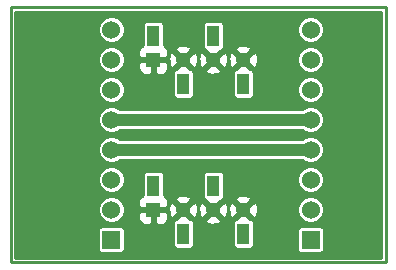
<source format=gtl>
G04 (created by PCBNEW-RS274X (20100406 SVN-R2509)-final) date Tue 04 May 2010 02:57:58 PM PDT*
G01*
G70*
G90*
%MOIN*%
G04 Gerber Fmt 3.4, Leading zero omitted, Abs format*
%FSLAX34Y34*%
G04 APERTURE LIST*
%ADD10C,0.001000*%
%ADD11C,0.009000*%
%ADD12R,0.060000X0.060000*%
%ADD13C,0.060000*%
%ADD14R,0.050000X0.050000*%
%ADD15C,0.050000*%
%ADD16R,0.040000X0.070000*%
%ADD17C,0.040000*%
%ADD18C,0.010000*%
G04 APERTURE END LIST*
G54D10*
G54D11*
X64750Y-36750D02*
X52250Y-36750D01*
X64750Y-45250D02*
X64750Y-36750D01*
X52250Y-45250D02*
X64750Y-45250D01*
X52250Y-36750D02*
X52250Y-45250D01*
G54D12*
X62250Y-44500D03*
G54D13*
X62250Y-43500D03*
X62250Y-42500D03*
X62250Y-41500D03*
X62250Y-40500D03*
X62250Y-39500D03*
X62250Y-38500D03*
X62250Y-37500D03*
G54D12*
X55600Y-44500D03*
G54D13*
X55600Y-43500D03*
X55600Y-42500D03*
X55600Y-41500D03*
X55600Y-40500D03*
X55600Y-39500D03*
X55600Y-38500D03*
X55600Y-37500D03*
G54D14*
X57000Y-43500D03*
G54D15*
X58000Y-43500D03*
X59000Y-43500D03*
X60000Y-43500D03*
G54D16*
X57000Y-42700D03*
X58000Y-44300D03*
X59000Y-42700D03*
X60000Y-44300D03*
G54D14*
X57000Y-38500D03*
G54D15*
X58000Y-38500D03*
X59000Y-38500D03*
X60000Y-38500D03*
G54D16*
X57000Y-37700D03*
X58000Y-39300D03*
X59000Y-37700D03*
X60000Y-39300D03*
G54D17*
X55600Y-41500D02*
X62250Y-41500D01*
X55600Y-40500D02*
X62250Y-40500D01*
G54D18*
X52395Y-36895D02*
X64605Y-36895D01*
X52395Y-36975D02*
X64605Y-36975D01*
X52395Y-37055D02*
X55502Y-37055D01*
X55700Y-37055D02*
X62152Y-37055D01*
X62350Y-37055D02*
X64605Y-37055D01*
X52395Y-37135D02*
X55330Y-37135D01*
X55870Y-37135D02*
X61980Y-37135D01*
X62520Y-37135D02*
X64605Y-37135D01*
X52395Y-37215D02*
X55250Y-37215D01*
X55950Y-37215D02*
X56737Y-37215D01*
X57264Y-37215D02*
X58737Y-37215D01*
X59264Y-37215D02*
X61900Y-37215D01*
X62600Y-37215D02*
X64605Y-37215D01*
X52395Y-37295D02*
X55200Y-37295D01*
X56002Y-37295D02*
X56662Y-37295D01*
X57339Y-37295D02*
X58662Y-37295D01*
X59339Y-37295D02*
X61850Y-37295D01*
X62652Y-37295D02*
X64605Y-37295D01*
X52395Y-37375D02*
X55166Y-37375D01*
X56035Y-37375D02*
X56651Y-37375D01*
X57349Y-37375D02*
X58651Y-37375D01*
X59349Y-37375D02*
X61816Y-37375D01*
X62685Y-37375D02*
X64605Y-37375D01*
X52395Y-37455D02*
X55151Y-37455D01*
X56049Y-37455D02*
X56651Y-37455D01*
X57349Y-37455D02*
X58651Y-37455D01*
X59349Y-37455D02*
X61801Y-37455D01*
X62699Y-37455D02*
X64605Y-37455D01*
X52395Y-37535D02*
X55151Y-37535D01*
X56049Y-37535D02*
X56651Y-37535D01*
X57349Y-37535D02*
X58651Y-37535D01*
X59349Y-37535D02*
X61801Y-37535D01*
X62699Y-37535D02*
X64605Y-37535D01*
X52395Y-37615D02*
X55161Y-37615D01*
X56038Y-37615D02*
X56651Y-37615D01*
X57349Y-37615D02*
X58651Y-37615D01*
X59349Y-37615D02*
X61811Y-37615D01*
X62688Y-37615D02*
X64605Y-37615D01*
X52395Y-37695D02*
X55194Y-37695D01*
X56005Y-37695D02*
X56651Y-37695D01*
X57349Y-37695D02*
X58651Y-37695D01*
X59349Y-37695D02*
X61844Y-37695D01*
X62655Y-37695D02*
X64605Y-37695D01*
X52395Y-37775D02*
X55240Y-37775D01*
X55960Y-37775D02*
X56651Y-37775D01*
X57349Y-37775D02*
X58651Y-37775D01*
X59349Y-37775D02*
X61890Y-37775D01*
X62610Y-37775D02*
X64605Y-37775D01*
X52395Y-37855D02*
X55320Y-37855D01*
X55880Y-37855D02*
X56651Y-37855D01*
X57349Y-37855D02*
X58651Y-37855D01*
X59349Y-37855D02*
X61970Y-37855D01*
X62530Y-37855D02*
X64605Y-37855D01*
X52395Y-37935D02*
X55476Y-37935D01*
X55722Y-37935D02*
X56651Y-37935D01*
X57349Y-37935D02*
X58651Y-37935D01*
X59349Y-37935D02*
X62126Y-37935D01*
X62372Y-37935D02*
X64605Y-37935D01*
X52395Y-38015D02*
X56651Y-38015D01*
X57349Y-38015D02*
X57906Y-38015D01*
X58097Y-38015D02*
X58651Y-38015D01*
X59349Y-38015D02*
X59906Y-38015D01*
X60097Y-38015D02*
X64605Y-38015D01*
X52395Y-38095D02*
X55404Y-38095D01*
X55796Y-38095D02*
X56553Y-38095D01*
X57447Y-38095D02*
X57743Y-38095D01*
X58258Y-38095D02*
X58657Y-38095D01*
X59342Y-38095D02*
X59743Y-38095D01*
X60258Y-38095D02*
X62054Y-38095D01*
X62446Y-38095D02*
X64605Y-38095D01*
X52395Y-38175D02*
X55290Y-38175D01*
X55910Y-38175D02*
X56512Y-38175D01*
X57489Y-38175D02*
X57746Y-38175D01*
X58254Y-38175D02*
X58714Y-38175D01*
X59286Y-38175D02*
X59746Y-38175D01*
X60254Y-38175D02*
X61940Y-38175D01*
X62560Y-38175D02*
X64605Y-38175D01*
X52395Y-38255D02*
X55216Y-38255D01*
X55985Y-38255D02*
X56501Y-38255D01*
X57499Y-38255D02*
X57567Y-38255D01*
X57684Y-38255D02*
X57826Y-38255D01*
X58174Y-38255D02*
X58316Y-38255D01*
X58434Y-38255D02*
X58567Y-38255D01*
X58684Y-38255D02*
X58826Y-38255D01*
X59174Y-38255D02*
X59316Y-38255D01*
X59434Y-38255D02*
X59567Y-38255D01*
X59684Y-38255D02*
X59826Y-38255D01*
X60174Y-38255D02*
X60316Y-38255D01*
X60434Y-38255D02*
X61866Y-38255D01*
X62635Y-38255D02*
X64605Y-38255D01*
X52395Y-38335D02*
X55183Y-38335D01*
X56018Y-38335D02*
X56501Y-38335D01*
X57500Y-38335D02*
X57539Y-38335D01*
X57764Y-38335D02*
X57906Y-38335D01*
X58094Y-38335D02*
X58236Y-38335D01*
X58468Y-38335D02*
X58539Y-38335D01*
X58764Y-38335D02*
X58906Y-38335D01*
X59094Y-38335D02*
X59236Y-38335D01*
X59468Y-38335D02*
X59539Y-38335D01*
X59764Y-38335D02*
X59906Y-38335D01*
X60094Y-38335D02*
X60236Y-38335D01*
X60468Y-38335D02*
X61833Y-38335D01*
X62668Y-38335D02*
X64605Y-38335D01*
X52395Y-38415D02*
X55151Y-38415D01*
X56049Y-38415D02*
X56527Y-38415D01*
X57473Y-38415D02*
X57511Y-38415D01*
X57844Y-38415D02*
X57986Y-38415D01*
X58014Y-38415D02*
X58156Y-38415D01*
X58486Y-38415D02*
X58511Y-38415D01*
X58844Y-38415D02*
X58986Y-38415D01*
X59014Y-38415D02*
X59156Y-38415D01*
X59486Y-38415D02*
X59511Y-38415D01*
X59844Y-38415D02*
X59986Y-38415D01*
X60014Y-38415D02*
X60156Y-38415D01*
X60486Y-38415D02*
X61801Y-38415D01*
X62699Y-38415D02*
X64605Y-38415D01*
X52395Y-38495D02*
X55151Y-38495D01*
X56049Y-38495D02*
X57508Y-38495D01*
X57924Y-38495D02*
X58076Y-38495D01*
X58491Y-38495D02*
X58508Y-38495D01*
X58924Y-38495D02*
X59076Y-38495D01*
X59491Y-38495D02*
X59508Y-38495D01*
X59924Y-38495D02*
X60076Y-38495D01*
X60491Y-38495D02*
X61801Y-38495D01*
X62699Y-38495D02*
X64605Y-38495D01*
X52395Y-38575D02*
X55151Y-38575D01*
X56049Y-38575D02*
X56537Y-38575D01*
X56950Y-38575D02*
X57050Y-38575D01*
X57463Y-38575D02*
X57513Y-38575D01*
X57854Y-38575D02*
X57996Y-38575D01*
X58004Y-38575D02*
X58146Y-38575D01*
X58492Y-38575D02*
X58513Y-38575D01*
X58854Y-38575D02*
X58996Y-38575D01*
X59004Y-38575D02*
X59146Y-38575D01*
X59492Y-38575D02*
X59513Y-38575D01*
X59854Y-38575D02*
X59996Y-38575D01*
X60004Y-38575D02*
X60146Y-38575D01*
X60492Y-38575D02*
X61801Y-38575D01*
X62699Y-38575D02*
X64605Y-38575D01*
X52395Y-38655D02*
X55178Y-38655D01*
X56021Y-38655D02*
X56500Y-38655D01*
X56950Y-38655D02*
X57050Y-38655D01*
X57499Y-38655D02*
X57528Y-38655D01*
X57774Y-38655D02*
X57916Y-38655D01*
X58084Y-38655D02*
X58226Y-38655D01*
X58464Y-38655D02*
X58528Y-38655D01*
X58774Y-38655D02*
X58916Y-38655D01*
X59084Y-38655D02*
X59226Y-38655D01*
X59464Y-38655D02*
X59528Y-38655D01*
X59774Y-38655D02*
X59916Y-38655D01*
X60084Y-38655D02*
X60226Y-38655D01*
X60464Y-38655D02*
X61828Y-38655D01*
X62671Y-38655D02*
X64605Y-38655D01*
X52395Y-38735D02*
X55211Y-38735D01*
X55988Y-38735D02*
X56501Y-38735D01*
X56950Y-38735D02*
X57050Y-38735D01*
X57499Y-38735D02*
X57561Y-38735D01*
X57694Y-38735D02*
X57836Y-38735D01*
X58164Y-38735D02*
X58306Y-38735D01*
X58436Y-38735D02*
X58561Y-38735D01*
X58694Y-38735D02*
X58836Y-38735D01*
X59164Y-38735D02*
X59306Y-38735D01*
X59436Y-38735D02*
X59561Y-38735D01*
X59694Y-38735D02*
X59836Y-38735D01*
X60164Y-38735D02*
X60306Y-38735D01*
X60436Y-38735D02*
X61861Y-38735D01*
X62638Y-38735D02*
X64605Y-38735D01*
X52395Y-38815D02*
X55280Y-38815D01*
X55920Y-38815D02*
X56507Y-38815D01*
X56950Y-38815D02*
X57050Y-38815D01*
X57492Y-38815D02*
X57737Y-38815D01*
X58265Y-38815D02*
X58756Y-38815D01*
X59244Y-38815D02*
X59737Y-38815D01*
X60265Y-38815D02*
X61930Y-38815D01*
X62570Y-38815D02*
X64605Y-38815D01*
X52395Y-38895D02*
X55380Y-38895D01*
X55820Y-38895D02*
X56543Y-38895D01*
X56950Y-38895D02*
X57050Y-38895D01*
X57457Y-38895D02*
X57662Y-38895D01*
X58339Y-38895D02*
X58739Y-38895D01*
X59260Y-38895D02*
X59662Y-38895D01*
X60339Y-38895D02*
X62030Y-38895D01*
X62470Y-38895D02*
X64605Y-38895D01*
X52395Y-38975D02*
X56642Y-38975D01*
X56913Y-38975D02*
X57087Y-38975D01*
X57357Y-38975D02*
X57651Y-38975D01*
X58349Y-38975D02*
X58874Y-38975D01*
X59146Y-38975D02*
X59651Y-38975D01*
X60349Y-38975D02*
X64605Y-38975D01*
X52395Y-39055D02*
X55501Y-39055D01*
X55700Y-39055D02*
X57651Y-39055D01*
X58349Y-39055D02*
X59651Y-39055D01*
X60349Y-39055D02*
X62151Y-39055D01*
X62350Y-39055D02*
X64605Y-39055D01*
X52395Y-39135D02*
X55330Y-39135D01*
X55870Y-39135D02*
X57651Y-39135D01*
X58349Y-39135D02*
X59651Y-39135D01*
X60349Y-39135D02*
X61980Y-39135D01*
X62520Y-39135D02*
X64605Y-39135D01*
X52395Y-39215D02*
X55250Y-39215D01*
X55950Y-39215D02*
X57651Y-39215D01*
X58349Y-39215D02*
X59651Y-39215D01*
X60349Y-39215D02*
X61900Y-39215D01*
X62600Y-39215D02*
X64605Y-39215D01*
X52395Y-39295D02*
X55200Y-39295D01*
X56002Y-39295D02*
X57651Y-39295D01*
X58349Y-39295D02*
X59651Y-39295D01*
X60349Y-39295D02*
X61850Y-39295D01*
X62652Y-39295D02*
X64605Y-39295D01*
X52395Y-39375D02*
X55166Y-39375D01*
X56035Y-39375D02*
X57651Y-39375D01*
X58349Y-39375D02*
X59651Y-39375D01*
X60349Y-39375D02*
X61816Y-39375D01*
X62685Y-39375D02*
X64605Y-39375D01*
X52395Y-39455D02*
X55151Y-39455D01*
X56049Y-39455D02*
X57651Y-39455D01*
X58349Y-39455D02*
X59651Y-39455D01*
X60349Y-39455D02*
X61801Y-39455D01*
X62699Y-39455D02*
X64605Y-39455D01*
X52395Y-39535D02*
X55151Y-39535D01*
X56049Y-39535D02*
X57651Y-39535D01*
X58349Y-39535D02*
X59651Y-39535D01*
X60349Y-39535D02*
X61801Y-39535D01*
X62699Y-39535D02*
X64605Y-39535D01*
X52395Y-39615D02*
X55161Y-39615D01*
X56038Y-39615D02*
X57651Y-39615D01*
X58349Y-39615D02*
X59651Y-39615D01*
X60349Y-39615D02*
X61811Y-39615D01*
X62688Y-39615D02*
X64605Y-39615D01*
X52395Y-39695D02*
X55194Y-39695D01*
X56005Y-39695D02*
X57657Y-39695D01*
X58342Y-39695D02*
X59657Y-39695D01*
X60342Y-39695D02*
X61844Y-39695D01*
X62655Y-39695D02*
X64605Y-39695D01*
X52395Y-39775D02*
X55240Y-39775D01*
X55960Y-39775D02*
X57714Y-39775D01*
X58286Y-39775D02*
X59714Y-39775D01*
X60286Y-39775D02*
X61890Y-39775D01*
X62610Y-39775D02*
X64605Y-39775D01*
X52395Y-39855D02*
X55320Y-39855D01*
X55880Y-39855D02*
X61970Y-39855D01*
X62530Y-39855D02*
X64605Y-39855D01*
X52395Y-39935D02*
X55476Y-39935D01*
X55722Y-39935D02*
X62126Y-39935D01*
X62372Y-39935D02*
X64605Y-39935D01*
X52395Y-40015D02*
X64605Y-40015D01*
X52395Y-40095D02*
X55404Y-40095D01*
X55796Y-40095D02*
X62054Y-40095D01*
X62446Y-40095D02*
X64605Y-40095D01*
X52395Y-40175D02*
X55290Y-40175D01*
X62560Y-40175D02*
X64605Y-40175D01*
X52395Y-40255D02*
X55216Y-40255D01*
X62635Y-40255D02*
X64605Y-40255D01*
X52395Y-40335D02*
X55183Y-40335D01*
X62668Y-40335D02*
X64605Y-40335D01*
X52395Y-40415D02*
X55151Y-40415D01*
X62699Y-40415D02*
X64605Y-40415D01*
X52395Y-40495D02*
X55151Y-40495D01*
X62699Y-40495D02*
X64605Y-40495D01*
X52395Y-40575D02*
X55151Y-40575D01*
X62699Y-40575D02*
X64605Y-40575D01*
X52395Y-40655D02*
X55178Y-40655D01*
X62671Y-40655D02*
X64605Y-40655D01*
X52395Y-40735D02*
X55211Y-40735D01*
X62638Y-40735D02*
X64605Y-40735D01*
X52395Y-40815D02*
X55280Y-40815D01*
X62570Y-40815D02*
X64605Y-40815D01*
X52395Y-40895D02*
X55380Y-40895D01*
X55820Y-40895D02*
X62030Y-40895D01*
X62470Y-40895D02*
X64605Y-40895D01*
X52395Y-40975D02*
X64605Y-40975D01*
X52395Y-41055D02*
X55502Y-41055D01*
X55700Y-41055D02*
X62151Y-41055D01*
X62350Y-41055D02*
X64605Y-41055D01*
X52395Y-41135D02*
X55330Y-41135D01*
X55870Y-41135D02*
X61980Y-41135D01*
X62520Y-41135D02*
X64605Y-41135D01*
X52395Y-41215D02*
X55250Y-41215D01*
X62600Y-41215D02*
X64605Y-41215D01*
X52395Y-41295D02*
X55200Y-41295D01*
X62652Y-41295D02*
X64605Y-41295D01*
X52395Y-41375D02*
X55166Y-41375D01*
X62685Y-41375D02*
X64605Y-41375D01*
X52395Y-41455D02*
X55151Y-41455D01*
X62699Y-41455D02*
X64605Y-41455D01*
X52395Y-41535D02*
X55151Y-41535D01*
X62699Y-41535D02*
X64605Y-41535D01*
X52395Y-41615D02*
X55161Y-41615D01*
X62688Y-41615D02*
X64605Y-41615D01*
X52395Y-41695D02*
X55194Y-41695D01*
X62655Y-41695D02*
X64605Y-41695D01*
X52395Y-41775D02*
X55240Y-41775D01*
X62610Y-41775D02*
X64605Y-41775D01*
X52395Y-41855D02*
X55320Y-41855D01*
X55878Y-41855D02*
X61970Y-41855D01*
X62530Y-41855D02*
X64605Y-41855D01*
X52395Y-41935D02*
X55476Y-41935D01*
X55722Y-41935D02*
X62126Y-41935D01*
X62372Y-41935D02*
X64605Y-41935D01*
X52395Y-42015D02*
X64605Y-42015D01*
X52395Y-42095D02*
X55405Y-42095D01*
X55796Y-42095D02*
X62054Y-42095D01*
X62446Y-42095D02*
X64605Y-42095D01*
X52395Y-42175D02*
X55290Y-42175D01*
X55910Y-42175D02*
X61940Y-42175D01*
X62560Y-42175D02*
X64605Y-42175D01*
X52395Y-42255D02*
X55216Y-42255D01*
X55985Y-42255D02*
X56684Y-42255D01*
X57316Y-42255D02*
X58684Y-42255D01*
X59316Y-42255D02*
X61866Y-42255D01*
X62635Y-42255D02*
X64605Y-42255D01*
X52395Y-42335D02*
X55183Y-42335D01*
X56018Y-42335D02*
X56651Y-42335D01*
X57349Y-42335D02*
X58651Y-42335D01*
X59349Y-42335D02*
X61833Y-42335D01*
X62668Y-42335D02*
X64605Y-42335D01*
X52395Y-42415D02*
X55151Y-42415D01*
X56049Y-42415D02*
X56651Y-42415D01*
X57349Y-42415D02*
X58651Y-42415D01*
X59349Y-42415D02*
X61801Y-42415D01*
X62699Y-42415D02*
X64605Y-42415D01*
X52395Y-42495D02*
X55151Y-42495D01*
X56049Y-42495D02*
X56651Y-42495D01*
X57349Y-42495D02*
X58651Y-42495D01*
X59349Y-42495D02*
X61801Y-42495D01*
X62699Y-42495D02*
X64605Y-42495D01*
X52395Y-42575D02*
X55151Y-42575D01*
X56049Y-42575D02*
X56651Y-42575D01*
X57349Y-42575D02*
X58651Y-42575D01*
X59349Y-42575D02*
X61801Y-42575D01*
X62699Y-42575D02*
X64605Y-42575D01*
X52395Y-42655D02*
X55178Y-42655D01*
X56021Y-42655D02*
X56651Y-42655D01*
X57349Y-42655D02*
X58651Y-42655D01*
X59349Y-42655D02*
X61828Y-42655D01*
X62671Y-42655D02*
X64605Y-42655D01*
X52395Y-42735D02*
X55211Y-42735D01*
X55988Y-42735D02*
X56651Y-42735D01*
X57349Y-42735D02*
X58651Y-42735D01*
X59349Y-42735D02*
X61861Y-42735D01*
X62638Y-42735D02*
X64605Y-42735D01*
X52395Y-42815D02*
X55280Y-42815D01*
X55920Y-42815D02*
X56651Y-42815D01*
X57349Y-42815D02*
X58651Y-42815D01*
X59349Y-42815D02*
X61930Y-42815D01*
X62570Y-42815D02*
X64605Y-42815D01*
X52395Y-42895D02*
X55380Y-42895D01*
X55820Y-42895D02*
X56651Y-42895D01*
X57349Y-42895D02*
X58651Y-42895D01*
X59349Y-42895D02*
X62030Y-42895D01*
X62470Y-42895D02*
X64605Y-42895D01*
X52395Y-42975D02*
X56651Y-42975D01*
X57349Y-42975D02*
X58651Y-42975D01*
X59349Y-42975D02*
X64605Y-42975D01*
X52395Y-43055D02*
X55501Y-43055D01*
X55700Y-43055D02*
X56593Y-43055D01*
X57407Y-43055D02*
X57782Y-43055D01*
X58212Y-43055D02*
X58651Y-43055D01*
X59349Y-43055D02*
X59782Y-43055D01*
X60212Y-43055D02*
X62151Y-43055D01*
X62350Y-43055D02*
X64605Y-43055D01*
X52395Y-43135D02*
X55330Y-43135D01*
X55870Y-43135D02*
X56529Y-43135D01*
X57472Y-43135D02*
X57733Y-43135D01*
X58267Y-43135D02*
X58674Y-43135D01*
X59326Y-43135D02*
X59733Y-43135D01*
X60267Y-43135D02*
X61980Y-43135D01*
X62520Y-43135D02*
X64605Y-43135D01*
X52395Y-43215D02*
X55250Y-43215D01*
X55950Y-43215D02*
X56501Y-43215D01*
X57499Y-43215D02*
X57786Y-43215D01*
X58214Y-43215D02*
X58786Y-43215D01*
X59214Y-43215D02*
X59786Y-43215D01*
X60214Y-43215D02*
X61900Y-43215D01*
X62600Y-43215D02*
X64605Y-43215D01*
X52395Y-43295D02*
X55200Y-43295D01*
X56002Y-43295D02*
X56501Y-43295D01*
X57499Y-43295D02*
X57553Y-43295D01*
X57724Y-43295D02*
X57866Y-43295D01*
X58134Y-43295D02*
X58276Y-43295D01*
X58451Y-43295D02*
X58553Y-43295D01*
X58724Y-43295D02*
X58866Y-43295D01*
X59134Y-43295D02*
X59276Y-43295D01*
X59451Y-43295D02*
X59553Y-43295D01*
X59724Y-43295D02*
X59866Y-43295D01*
X60134Y-43295D02*
X60276Y-43295D01*
X60451Y-43295D02*
X61850Y-43295D01*
X62652Y-43295D02*
X64605Y-43295D01*
X52395Y-43375D02*
X55166Y-43375D01*
X56035Y-43375D02*
X56501Y-43375D01*
X57500Y-43375D02*
X57525Y-43375D01*
X57804Y-43375D02*
X57946Y-43375D01*
X58054Y-43375D02*
X58196Y-43375D01*
X58484Y-43375D02*
X58525Y-43375D01*
X58804Y-43375D02*
X58946Y-43375D01*
X59054Y-43375D02*
X59196Y-43375D01*
X59484Y-43375D02*
X59525Y-43375D01*
X59804Y-43375D02*
X59946Y-43375D01*
X60054Y-43375D02*
X60196Y-43375D01*
X60484Y-43375D02*
X61816Y-43375D01*
X62685Y-43375D02*
X64605Y-43375D01*
X52395Y-43455D02*
X55151Y-43455D01*
X56049Y-43455D02*
X57506Y-43455D01*
X57884Y-43455D02*
X58116Y-43455D01*
X58489Y-43455D02*
X58506Y-43455D01*
X58884Y-43455D02*
X59116Y-43455D01*
X59489Y-43455D02*
X59506Y-43455D01*
X59884Y-43455D02*
X60116Y-43455D01*
X60489Y-43455D02*
X61801Y-43455D01*
X62699Y-43455D02*
X64605Y-43455D01*
X52395Y-43535D02*
X55151Y-43535D01*
X56049Y-43535D02*
X57511Y-43535D01*
X57894Y-43535D02*
X58106Y-43535D01*
X58493Y-43535D02*
X58511Y-43535D01*
X58894Y-43535D02*
X59106Y-43535D01*
X59493Y-43535D02*
X59511Y-43535D01*
X59894Y-43535D02*
X60106Y-43535D01*
X60493Y-43535D02*
X61801Y-43535D01*
X62699Y-43535D02*
X64605Y-43535D01*
X52395Y-43615D02*
X55161Y-43615D01*
X56038Y-43615D02*
X56500Y-43615D01*
X56950Y-43615D02*
X57050Y-43615D01*
X57499Y-43615D02*
X57516Y-43615D01*
X57814Y-43615D02*
X57956Y-43615D01*
X58044Y-43615D02*
X58186Y-43615D01*
X58478Y-43615D02*
X58516Y-43615D01*
X58814Y-43615D02*
X58956Y-43615D01*
X59044Y-43615D02*
X59186Y-43615D01*
X59478Y-43615D02*
X59516Y-43615D01*
X59814Y-43615D02*
X59956Y-43615D01*
X60044Y-43615D02*
X60186Y-43615D01*
X60478Y-43615D02*
X61811Y-43615D01*
X62688Y-43615D02*
X64605Y-43615D01*
X52395Y-43695D02*
X55194Y-43695D01*
X56005Y-43695D02*
X56500Y-43695D01*
X56950Y-43695D02*
X57050Y-43695D01*
X57499Y-43695D02*
X57545Y-43695D01*
X57734Y-43695D02*
X57876Y-43695D01*
X58124Y-43695D02*
X58266Y-43695D01*
X58450Y-43695D02*
X58545Y-43695D01*
X58734Y-43695D02*
X58876Y-43695D01*
X59124Y-43695D02*
X59266Y-43695D01*
X59450Y-43695D02*
X59545Y-43695D01*
X59734Y-43695D02*
X59876Y-43695D01*
X60124Y-43695D02*
X60266Y-43695D01*
X60450Y-43695D02*
X61844Y-43695D01*
X62655Y-43695D02*
X64605Y-43695D01*
X52395Y-43775D02*
X55240Y-43775D01*
X55960Y-43775D02*
X56501Y-43775D01*
X56950Y-43775D02*
X57050Y-43775D01*
X57499Y-43775D02*
X57796Y-43775D01*
X58204Y-43775D02*
X58796Y-43775D01*
X59204Y-43775D02*
X59796Y-43775D01*
X60204Y-43775D02*
X61890Y-43775D01*
X62610Y-43775D02*
X64605Y-43775D01*
X52395Y-43855D02*
X55320Y-43855D01*
X55880Y-43855D02*
X56523Y-43855D01*
X56950Y-43855D02*
X57050Y-43855D01*
X57476Y-43855D02*
X57684Y-43855D01*
X58316Y-43855D02*
X58730Y-43855D01*
X59269Y-43855D02*
X59684Y-43855D01*
X60316Y-43855D02*
X61970Y-43855D01*
X62530Y-43855D02*
X64605Y-43855D01*
X52395Y-43935D02*
X55476Y-43935D01*
X55722Y-43935D02*
X56583Y-43935D01*
X56950Y-43935D02*
X57050Y-43935D01*
X57417Y-43935D02*
X57651Y-43935D01*
X58349Y-43935D02*
X58759Y-43935D01*
X59242Y-43935D02*
X59651Y-43935D01*
X60349Y-43935D02*
X62126Y-43935D01*
X62372Y-43935D02*
X64605Y-43935D01*
X52395Y-44015D02*
X57651Y-44015D01*
X58349Y-44015D02*
X59651Y-44015D01*
X60349Y-44015D02*
X64605Y-44015D01*
X52395Y-44095D02*
X55194Y-44095D01*
X56006Y-44095D02*
X57651Y-44095D01*
X58349Y-44095D02*
X59651Y-44095D01*
X60349Y-44095D02*
X61844Y-44095D01*
X62656Y-44095D02*
X64605Y-44095D01*
X52395Y-44175D02*
X55151Y-44175D01*
X56049Y-44175D02*
X57651Y-44175D01*
X58349Y-44175D02*
X59651Y-44175D01*
X60349Y-44175D02*
X61801Y-44175D01*
X62699Y-44175D02*
X64605Y-44175D01*
X52395Y-44255D02*
X55151Y-44255D01*
X56049Y-44255D02*
X57651Y-44255D01*
X58349Y-44255D02*
X59651Y-44255D01*
X60349Y-44255D02*
X61801Y-44255D01*
X62699Y-44255D02*
X64605Y-44255D01*
X52395Y-44335D02*
X55151Y-44335D01*
X56049Y-44335D02*
X57651Y-44335D01*
X58349Y-44335D02*
X59651Y-44335D01*
X60349Y-44335D02*
X61801Y-44335D01*
X62699Y-44335D02*
X64605Y-44335D01*
X52395Y-44415D02*
X55151Y-44415D01*
X56049Y-44415D02*
X57651Y-44415D01*
X58349Y-44415D02*
X59651Y-44415D01*
X60349Y-44415D02*
X61801Y-44415D01*
X62699Y-44415D02*
X64605Y-44415D01*
X52395Y-44495D02*
X55151Y-44495D01*
X56049Y-44495D02*
X57651Y-44495D01*
X58349Y-44495D02*
X59651Y-44495D01*
X60349Y-44495D02*
X61801Y-44495D01*
X62699Y-44495D02*
X64605Y-44495D01*
X52395Y-44575D02*
X55151Y-44575D01*
X56049Y-44575D02*
X57651Y-44575D01*
X58349Y-44575D02*
X59651Y-44575D01*
X60349Y-44575D02*
X61801Y-44575D01*
X62699Y-44575D02*
X64605Y-44575D01*
X52395Y-44655D02*
X55151Y-44655D01*
X56049Y-44655D02*
X57651Y-44655D01*
X58349Y-44655D02*
X59651Y-44655D01*
X60349Y-44655D02*
X61801Y-44655D01*
X62699Y-44655D02*
X64605Y-44655D01*
X52395Y-44735D02*
X55151Y-44735D01*
X56049Y-44735D02*
X57674Y-44735D01*
X58326Y-44735D02*
X59674Y-44735D01*
X60326Y-44735D02*
X61801Y-44735D01*
X62699Y-44735D02*
X64605Y-44735D01*
X52395Y-44815D02*
X55151Y-44815D01*
X56049Y-44815D02*
X61801Y-44815D01*
X62699Y-44815D02*
X64605Y-44815D01*
X52395Y-44895D02*
X55184Y-44895D01*
X56016Y-44895D02*
X61834Y-44895D01*
X62666Y-44895D02*
X64605Y-44895D01*
X52395Y-44975D02*
X64605Y-44975D01*
X52395Y-45055D02*
X64605Y-45055D01*
X64605Y-45105D02*
X64605Y-36895D01*
X52395Y-36895D01*
X52395Y-45105D01*
X55271Y-45105D01*
X55271Y-44949D01*
X55216Y-44927D01*
X55174Y-44885D01*
X55151Y-44830D01*
X55151Y-44171D01*
X55173Y-44116D01*
X55215Y-44074D01*
X55270Y-44051D01*
X55510Y-44051D01*
X55510Y-43949D01*
X55345Y-43880D01*
X55219Y-43754D01*
X55151Y-43589D01*
X55151Y-43410D01*
X55220Y-43245D01*
X55346Y-43119D01*
X55510Y-43051D01*
X55510Y-42949D01*
X55345Y-42880D01*
X55219Y-42754D01*
X55151Y-42589D01*
X55151Y-42410D01*
X55220Y-42245D01*
X55346Y-42119D01*
X55511Y-42051D01*
X55690Y-42051D01*
X55855Y-42120D01*
X55981Y-42246D01*
X56049Y-42411D01*
X56049Y-42590D01*
X55980Y-42755D01*
X55854Y-42881D01*
X55689Y-42949D01*
X55510Y-42949D01*
X55510Y-43051D01*
X55690Y-43051D01*
X55855Y-43120D01*
X55981Y-43246D01*
X56049Y-43411D01*
X56049Y-43590D01*
X55980Y-43755D01*
X55854Y-43881D01*
X55689Y-43949D01*
X55510Y-43949D01*
X55510Y-44051D01*
X55929Y-44051D01*
X55984Y-44073D01*
X56026Y-44115D01*
X56049Y-44170D01*
X56049Y-44829D01*
X56027Y-44884D01*
X55985Y-44926D01*
X55930Y-44949D01*
X55271Y-44949D01*
X55271Y-45105D01*
X56888Y-45105D01*
X56888Y-44000D01*
X56771Y-43999D01*
X56701Y-43999D01*
X56609Y-43961D01*
X56539Y-43891D01*
X56501Y-43800D01*
X56501Y-43701D01*
X56500Y-43612D01*
X56562Y-43550D01*
X56950Y-43550D01*
X56950Y-43938D01*
X56888Y-44000D01*
X56888Y-45105D01*
X57112Y-45105D01*
X57112Y-44000D01*
X57050Y-43938D01*
X57050Y-43550D01*
X57050Y-43450D01*
X56950Y-43450D01*
X56562Y-43450D01*
X56500Y-43388D01*
X56501Y-43299D01*
X56501Y-43200D01*
X56539Y-43109D01*
X56609Y-43039D01*
X56651Y-43021D01*
X56651Y-42321D01*
X56673Y-42266D01*
X56715Y-42224D01*
X56770Y-42201D01*
X57229Y-42201D01*
X57284Y-42223D01*
X57326Y-42265D01*
X57349Y-42320D01*
X57349Y-43021D01*
X57391Y-43039D01*
X57461Y-43109D01*
X57499Y-43200D01*
X57499Y-43299D01*
X57500Y-43388D01*
X57438Y-43450D01*
X57050Y-43450D01*
X57050Y-43550D01*
X57438Y-43550D01*
X57500Y-43612D01*
X57499Y-43701D01*
X57499Y-43800D01*
X57461Y-43891D01*
X57391Y-43961D01*
X57299Y-43999D01*
X57112Y-44000D01*
X57112Y-45105D01*
X57771Y-45105D01*
X57771Y-44799D01*
X57716Y-44777D01*
X57674Y-44735D01*
X57651Y-44680D01*
X57651Y-43921D01*
X57657Y-43906D01*
X57657Y-43772D01*
X57569Y-43752D01*
X57517Y-43627D01*
X57505Y-43432D01*
X57569Y-43248D01*
X57657Y-43228D01*
X57929Y-43500D01*
X57657Y-43772D01*
X57657Y-43906D01*
X57673Y-43866D01*
X57715Y-43824D01*
X57770Y-43801D01*
X58000Y-43571D01*
X58000Y-43429D01*
X57728Y-43157D01*
X57748Y-43069D01*
X57873Y-43017D01*
X58068Y-43005D01*
X58252Y-43069D01*
X58272Y-43157D01*
X58000Y-43429D01*
X58000Y-43571D01*
X58230Y-43801D01*
X58284Y-43823D01*
X58326Y-43865D01*
X58343Y-43905D01*
X58343Y-43772D01*
X58071Y-43500D01*
X58343Y-43228D01*
X58431Y-43248D01*
X58483Y-43373D01*
X58495Y-43568D01*
X58431Y-43752D01*
X58343Y-43772D01*
X58343Y-43905D01*
X58349Y-43920D01*
X58349Y-44679D01*
X58327Y-44734D01*
X58285Y-44776D01*
X58230Y-44799D01*
X57771Y-44799D01*
X57771Y-45105D01*
X58657Y-45105D01*
X58657Y-43772D01*
X58569Y-43752D01*
X58517Y-43627D01*
X58505Y-43432D01*
X58569Y-43248D01*
X58657Y-43228D01*
X58929Y-43500D01*
X58657Y-43772D01*
X58657Y-45105D01*
X58932Y-45105D01*
X58932Y-43995D01*
X58748Y-43931D01*
X58728Y-43843D01*
X59000Y-43571D01*
X59000Y-43429D01*
X58769Y-43198D01*
X58716Y-43177D01*
X58674Y-43135D01*
X58651Y-43080D01*
X58651Y-42321D01*
X58673Y-42266D01*
X58715Y-42224D01*
X58770Y-42201D01*
X59229Y-42201D01*
X59284Y-42223D01*
X59326Y-42265D01*
X59349Y-42320D01*
X59349Y-43079D01*
X59327Y-43134D01*
X59285Y-43176D01*
X59230Y-43199D01*
X59000Y-43429D01*
X59000Y-43571D01*
X59272Y-43843D01*
X59252Y-43931D01*
X59127Y-43983D01*
X58932Y-43995D01*
X58932Y-45105D01*
X59343Y-45105D01*
X59343Y-43772D01*
X59071Y-43500D01*
X59343Y-43228D01*
X59431Y-43248D01*
X59483Y-43373D01*
X59495Y-43568D01*
X59431Y-43752D01*
X59343Y-43772D01*
X59343Y-45105D01*
X59771Y-45105D01*
X59771Y-44799D01*
X59716Y-44777D01*
X59674Y-44735D01*
X59651Y-44680D01*
X59651Y-43921D01*
X59657Y-43906D01*
X59657Y-43772D01*
X59569Y-43752D01*
X59517Y-43627D01*
X59505Y-43432D01*
X59569Y-43248D01*
X59657Y-43228D01*
X59929Y-43500D01*
X59657Y-43772D01*
X59657Y-43906D01*
X59673Y-43866D01*
X59715Y-43824D01*
X59770Y-43801D01*
X60000Y-43571D01*
X60000Y-43429D01*
X59728Y-43157D01*
X59748Y-43069D01*
X59873Y-43017D01*
X60068Y-43005D01*
X60252Y-43069D01*
X60272Y-43157D01*
X60000Y-43429D01*
X60000Y-43571D01*
X60230Y-43801D01*
X60284Y-43823D01*
X60326Y-43865D01*
X60343Y-43905D01*
X60343Y-43772D01*
X60071Y-43500D01*
X60343Y-43228D01*
X60431Y-43248D01*
X60483Y-43373D01*
X60495Y-43568D01*
X60431Y-43752D01*
X60343Y-43772D01*
X60343Y-43905D01*
X60349Y-43920D01*
X60349Y-44679D01*
X60327Y-44734D01*
X60285Y-44776D01*
X60230Y-44799D01*
X59771Y-44799D01*
X59771Y-45105D01*
X61921Y-45105D01*
X61921Y-44949D01*
X61866Y-44927D01*
X61824Y-44885D01*
X61801Y-44830D01*
X61801Y-44171D01*
X61823Y-44116D01*
X61865Y-44074D01*
X61920Y-44051D01*
X62160Y-44051D01*
X62160Y-43949D01*
X61995Y-43880D01*
X61869Y-43754D01*
X61801Y-43589D01*
X61801Y-43410D01*
X61870Y-43245D01*
X61996Y-43119D01*
X62160Y-43051D01*
X62160Y-42949D01*
X61995Y-42880D01*
X61869Y-42754D01*
X61801Y-42589D01*
X61801Y-42410D01*
X61870Y-42245D01*
X61996Y-42119D01*
X62160Y-42051D01*
X62160Y-41949D01*
X61995Y-41880D01*
X61964Y-41849D01*
X55884Y-41849D01*
X55854Y-41881D01*
X55689Y-41949D01*
X55510Y-41949D01*
X55345Y-41880D01*
X55219Y-41754D01*
X55151Y-41589D01*
X55151Y-41410D01*
X55220Y-41245D01*
X55346Y-41119D01*
X55511Y-41051D01*
X55690Y-41051D01*
X55855Y-41120D01*
X55885Y-41150D01*
X61964Y-41150D01*
X61996Y-41119D01*
X62160Y-41051D01*
X62160Y-40949D01*
X61995Y-40880D01*
X61964Y-40849D01*
X55884Y-40849D01*
X55854Y-40881D01*
X55689Y-40949D01*
X55510Y-40949D01*
X55345Y-40880D01*
X55219Y-40754D01*
X55151Y-40589D01*
X55151Y-40410D01*
X55220Y-40245D01*
X55346Y-40119D01*
X55510Y-40051D01*
X55510Y-39949D01*
X55345Y-39880D01*
X55219Y-39754D01*
X55151Y-39589D01*
X55151Y-39410D01*
X55220Y-39245D01*
X55346Y-39119D01*
X55510Y-39051D01*
X55510Y-38949D01*
X55345Y-38880D01*
X55219Y-38754D01*
X55151Y-38589D01*
X55151Y-38410D01*
X55220Y-38245D01*
X55346Y-38119D01*
X55510Y-38051D01*
X55510Y-37949D01*
X55345Y-37880D01*
X55219Y-37754D01*
X55151Y-37589D01*
X55151Y-37410D01*
X55220Y-37245D01*
X55346Y-37119D01*
X55511Y-37051D01*
X55690Y-37051D01*
X55855Y-37120D01*
X55981Y-37246D01*
X56049Y-37411D01*
X56049Y-37590D01*
X55980Y-37755D01*
X55854Y-37881D01*
X55689Y-37949D01*
X55510Y-37949D01*
X55510Y-38051D01*
X55690Y-38051D01*
X55855Y-38120D01*
X55981Y-38246D01*
X56049Y-38411D01*
X56049Y-38590D01*
X55980Y-38755D01*
X55854Y-38881D01*
X55689Y-38949D01*
X55510Y-38949D01*
X55510Y-39051D01*
X55690Y-39051D01*
X55855Y-39120D01*
X55981Y-39246D01*
X56049Y-39411D01*
X56049Y-39590D01*
X55980Y-39755D01*
X55854Y-39881D01*
X55689Y-39949D01*
X55510Y-39949D01*
X55510Y-40051D01*
X55690Y-40051D01*
X55855Y-40120D01*
X55884Y-40150D01*
X56888Y-40150D01*
X56888Y-39000D01*
X56771Y-38999D01*
X56701Y-38999D01*
X56609Y-38961D01*
X56539Y-38891D01*
X56501Y-38800D01*
X56501Y-38701D01*
X56500Y-38612D01*
X56562Y-38550D01*
X56950Y-38550D01*
X56950Y-38938D01*
X56888Y-39000D01*
X56888Y-40150D01*
X57112Y-40150D01*
X57112Y-39000D01*
X57050Y-38938D01*
X57050Y-38550D01*
X57050Y-38450D01*
X56950Y-38450D01*
X56562Y-38450D01*
X56500Y-38388D01*
X56501Y-38299D01*
X56501Y-38200D01*
X56539Y-38109D01*
X56609Y-38039D01*
X56651Y-38021D01*
X56651Y-37321D01*
X56673Y-37266D01*
X56715Y-37224D01*
X56770Y-37201D01*
X57229Y-37201D01*
X57284Y-37223D01*
X57326Y-37265D01*
X57349Y-37320D01*
X57349Y-38021D01*
X57391Y-38039D01*
X57461Y-38109D01*
X57499Y-38200D01*
X57499Y-38299D01*
X57500Y-38388D01*
X57438Y-38450D01*
X57050Y-38450D01*
X57050Y-38550D01*
X57438Y-38550D01*
X57500Y-38612D01*
X57499Y-38701D01*
X57499Y-38800D01*
X57461Y-38891D01*
X57391Y-38961D01*
X57299Y-38999D01*
X57112Y-39000D01*
X57112Y-40150D01*
X57771Y-40150D01*
X57771Y-39799D01*
X57716Y-39777D01*
X57674Y-39735D01*
X57651Y-39680D01*
X57651Y-38921D01*
X57657Y-38905D01*
X57657Y-38772D01*
X57569Y-38752D01*
X57517Y-38627D01*
X57505Y-38432D01*
X57569Y-38248D01*
X57657Y-38228D01*
X57929Y-38500D01*
X57657Y-38772D01*
X57657Y-38905D01*
X57673Y-38866D01*
X57715Y-38824D01*
X57770Y-38801D01*
X58000Y-38571D01*
X58000Y-38429D01*
X57728Y-38157D01*
X57748Y-38069D01*
X57873Y-38017D01*
X58068Y-38005D01*
X58252Y-38069D01*
X58272Y-38157D01*
X58000Y-38429D01*
X58000Y-38571D01*
X58230Y-38801D01*
X58284Y-38823D01*
X58326Y-38865D01*
X58343Y-38905D01*
X58343Y-38772D01*
X58071Y-38500D01*
X58343Y-38228D01*
X58431Y-38248D01*
X58483Y-38373D01*
X58495Y-38568D01*
X58431Y-38752D01*
X58343Y-38772D01*
X58343Y-38905D01*
X58349Y-38920D01*
X58349Y-39679D01*
X58327Y-39734D01*
X58285Y-39776D01*
X58230Y-39799D01*
X57771Y-39799D01*
X57771Y-40150D01*
X58657Y-40150D01*
X58657Y-38772D01*
X58569Y-38752D01*
X58517Y-38627D01*
X58505Y-38432D01*
X58569Y-38248D01*
X58657Y-38228D01*
X58929Y-38500D01*
X58657Y-38772D01*
X58657Y-40150D01*
X58932Y-40150D01*
X58932Y-38995D01*
X58748Y-38931D01*
X58728Y-38843D01*
X59000Y-38571D01*
X59000Y-38429D01*
X58769Y-38198D01*
X58716Y-38177D01*
X58674Y-38135D01*
X58651Y-38080D01*
X58651Y-37321D01*
X58673Y-37266D01*
X58715Y-37224D01*
X58770Y-37201D01*
X59229Y-37201D01*
X59284Y-37223D01*
X59326Y-37265D01*
X59349Y-37320D01*
X59349Y-38079D01*
X59327Y-38134D01*
X59285Y-38176D01*
X59230Y-38199D01*
X59000Y-38429D01*
X59000Y-38571D01*
X59272Y-38843D01*
X59252Y-38931D01*
X59127Y-38983D01*
X58932Y-38995D01*
X58932Y-40150D01*
X59343Y-40150D01*
X59343Y-38772D01*
X59071Y-38500D01*
X59343Y-38228D01*
X59431Y-38248D01*
X59483Y-38373D01*
X59495Y-38568D01*
X59431Y-38752D01*
X59343Y-38772D01*
X59343Y-40150D01*
X59771Y-40150D01*
X59771Y-39799D01*
X59716Y-39777D01*
X59674Y-39735D01*
X59651Y-39680D01*
X59651Y-38921D01*
X59657Y-38906D01*
X59657Y-38772D01*
X59569Y-38752D01*
X59517Y-38627D01*
X59505Y-38432D01*
X59569Y-38248D01*
X59657Y-38228D01*
X59929Y-38500D01*
X59657Y-38772D01*
X59657Y-38906D01*
X59673Y-38866D01*
X59715Y-38824D01*
X59770Y-38801D01*
X60000Y-38571D01*
X60000Y-38429D01*
X59728Y-38157D01*
X59748Y-38069D01*
X59873Y-38017D01*
X60068Y-38005D01*
X60252Y-38069D01*
X60272Y-38157D01*
X60000Y-38429D01*
X60000Y-38571D01*
X60230Y-38801D01*
X60284Y-38823D01*
X60326Y-38865D01*
X60343Y-38905D01*
X60343Y-38772D01*
X60071Y-38500D01*
X60343Y-38228D01*
X60431Y-38248D01*
X60483Y-38373D01*
X60495Y-38568D01*
X60431Y-38752D01*
X60343Y-38772D01*
X60343Y-38905D01*
X60349Y-38920D01*
X60349Y-39679D01*
X60327Y-39734D01*
X60285Y-39776D01*
X60230Y-39799D01*
X59771Y-39799D01*
X59771Y-40150D01*
X61965Y-40150D01*
X61996Y-40119D01*
X62160Y-40051D01*
X62160Y-39949D01*
X61995Y-39880D01*
X61869Y-39754D01*
X61801Y-39589D01*
X61801Y-39410D01*
X61870Y-39245D01*
X61996Y-39119D01*
X62160Y-39051D01*
X62160Y-38949D01*
X61995Y-38880D01*
X61869Y-38754D01*
X61801Y-38589D01*
X61801Y-38410D01*
X61870Y-38245D01*
X61996Y-38119D01*
X62160Y-38051D01*
X62160Y-37949D01*
X61995Y-37880D01*
X61869Y-37754D01*
X61801Y-37589D01*
X61801Y-37410D01*
X61870Y-37245D01*
X61996Y-37119D01*
X62161Y-37051D01*
X62340Y-37051D01*
X62505Y-37120D01*
X62631Y-37246D01*
X62699Y-37411D01*
X62699Y-37590D01*
X62630Y-37755D01*
X62504Y-37881D01*
X62339Y-37949D01*
X62160Y-37949D01*
X62160Y-38051D01*
X62340Y-38051D01*
X62505Y-38120D01*
X62631Y-38246D01*
X62699Y-38411D01*
X62699Y-38590D01*
X62630Y-38755D01*
X62504Y-38881D01*
X62339Y-38949D01*
X62160Y-38949D01*
X62160Y-39051D01*
X62340Y-39051D01*
X62505Y-39120D01*
X62631Y-39246D01*
X62699Y-39411D01*
X62699Y-39590D01*
X62630Y-39755D01*
X62504Y-39881D01*
X62339Y-39949D01*
X62160Y-39949D01*
X62160Y-40051D01*
X62340Y-40051D01*
X62505Y-40120D01*
X62631Y-40246D01*
X62699Y-40411D01*
X62699Y-40590D01*
X62630Y-40755D01*
X62504Y-40881D01*
X62339Y-40949D01*
X62160Y-40949D01*
X62160Y-41051D01*
X62340Y-41051D01*
X62505Y-41120D01*
X62631Y-41246D01*
X62699Y-41411D01*
X62699Y-41590D01*
X62630Y-41755D01*
X62504Y-41881D01*
X62339Y-41949D01*
X62160Y-41949D01*
X62160Y-42051D01*
X62340Y-42051D01*
X62505Y-42120D01*
X62631Y-42246D01*
X62699Y-42411D01*
X62699Y-42590D01*
X62630Y-42755D01*
X62504Y-42881D01*
X62339Y-42949D01*
X62160Y-42949D01*
X62160Y-43051D01*
X62340Y-43051D01*
X62505Y-43120D01*
X62631Y-43246D01*
X62699Y-43411D01*
X62699Y-43590D01*
X62630Y-43755D01*
X62504Y-43881D01*
X62339Y-43949D01*
X62160Y-43949D01*
X62160Y-44051D01*
X62579Y-44051D01*
X62634Y-44073D01*
X62676Y-44115D01*
X62699Y-44170D01*
X62699Y-44829D01*
X62677Y-44884D01*
X62635Y-44926D01*
X62580Y-44949D01*
X61921Y-44949D01*
X61921Y-45105D01*
X64605Y-45105D01*
M02*

</source>
